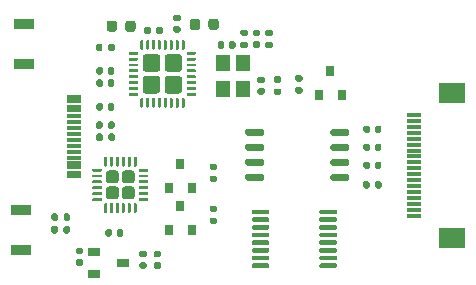
<source format=gbr>
%TF.GenerationSoftware,KiCad,Pcbnew,5.1.9-73d0e3b20d~88~ubuntu20.04.1*%
%TF.CreationDate,2021-02-21T20:05:17+08:00*%
%TF.ProjectId,weather_wifi,77656174-6865-4725-9f77-6966692e6b69,1.0*%
%TF.SameCoordinates,Original*%
%TF.FileFunction,Paste,Top*%
%TF.FilePolarity,Positive*%
%FSLAX46Y46*%
G04 Gerber Fmt 4.6, Leading zero omitted, Abs format (unit mm)*
G04 Created by KiCad (PCBNEW 5.1.9-73d0e3b20d~88~ubuntu20.04.1) date 2021-02-21 20:05:17*
%MOMM*%
%LPD*%
G01*
G04 APERTURE LIST*
%ADD10R,2.200000X1.800000*%
%ADD11R,1.300000X0.300000*%
%ADD12R,1.150000X0.300000*%
%ADD13R,0.800000X0.900000*%
%ADD14R,1.700000X0.900000*%
%ADD15R,1.000000X0.700000*%
%ADD16R,1.200000X1.400000*%
G04 APERTURE END LIST*
%TO.C,C4*%
G36*
G01*
X51870000Y-48852000D02*
X51870000Y-49192000D01*
G75*
G02*
X51730000Y-49332000I-140000J0D01*
G01*
X51450000Y-49332000D01*
G75*
G02*
X51310000Y-49192000I0J140000D01*
G01*
X51310000Y-48852000D01*
G75*
G02*
X51450000Y-48712000I140000J0D01*
G01*
X51730000Y-48712000D01*
G75*
G02*
X51870000Y-48852000I0J-140000D01*
G01*
G37*
G36*
G01*
X52830000Y-48852000D02*
X52830000Y-49192000D01*
G75*
G02*
X52690000Y-49332000I-140000J0D01*
G01*
X52410000Y-49332000D01*
G75*
G02*
X52270000Y-49192000I0J140000D01*
G01*
X52270000Y-48852000D01*
G75*
G02*
X52410000Y-48712000I140000J0D01*
G01*
X52690000Y-48712000D01*
G75*
G02*
X52830000Y-48852000I0J-140000D01*
G01*
G37*
%TD*%
D10*
%TO.C,J1*%
X81410000Y-50873000D03*
X81410000Y-63173000D03*
D11*
X78160000Y-61273000D03*
X78160000Y-60773000D03*
X78160000Y-60273000D03*
X78160000Y-59773000D03*
X78160000Y-59273000D03*
X78160000Y-58773000D03*
X78160000Y-58273000D03*
X78160000Y-57773000D03*
X78160000Y-57273000D03*
X78160000Y-56773000D03*
X78160000Y-56273000D03*
X78160000Y-55773000D03*
X78160000Y-55273000D03*
X78160000Y-54773000D03*
X78160000Y-54273000D03*
X78160000Y-53773000D03*
X78160000Y-53273000D03*
X78160000Y-52773000D03*
%TD*%
D12*
%TO.C,J2*%
X49390000Y-57660000D03*
X49390000Y-56860000D03*
X49390000Y-56360000D03*
X49390000Y-55860000D03*
X49390000Y-55360000D03*
X49390000Y-54860000D03*
X49390000Y-54360000D03*
X49390000Y-53860000D03*
X49390000Y-53360000D03*
X49390000Y-52860000D03*
X49390000Y-52060000D03*
X49390000Y-51260000D03*
X49390000Y-51560000D03*
X49390000Y-52360000D03*
X49390000Y-57160000D03*
X49390000Y-57960000D03*
%TD*%
%TO.C,L1*%
G36*
G01*
X59221920Y-45341250D02*
X59221920Y-44828750D01*
G75*
G02*
X59440670Y-44610000I218750J0D01*
G01*
X59878170Y-44610000D01*
G75*
G02*
X60096920Y-44828750I0J-218750D01*
G01*
X60096920Y-45341250D01*
G75*
G02*
X59878170Y-45560000I-218750J0D01*
G01*
X59440670Y-45560000D01*
G75*
G02*
X59221920Y-45341250I0J218750D01*
G01*
G37*
G36*
G01*
X60796920Y-45341250D02*
X60796920Y-44828750D01*
G75*
G02*
X61015670Y-44610000I218750J0D01*
G01*
X61453170Y-44610000D01*
G75*
G02*
X61671920Y-44828750I0J-218750D01*
G01*
X61671920Y-45341250D01*
G75*
G02*
X61453170Y-45560000I-218750J0D01*
G01*
X61015670Y-45560000D01*
G75*
G02*
X60796920Y-45341250I0J218750D01*
G01*
G37*
%TD*%
%TO.C,L2*%
G36*
G01*
X53056040Y-44981150D02*
X53056040Y-45493650D01*
G75*
G02*
X52837290Y-45712400I-218750J0D01*
G01*
X52399790Y-45712400D01*
G75*
G02*
X52181040Y-45493650I0J218750D01*
G01*
X52181040Y-44981150D01*
G75*
G02*
X52399790Y-44762400I218750J0D01*
G01*
X52837290Y-44762400D01*
G75*
G02*
X53056040Y-44981150I0J-218750D01*
G01*
G37*
G36*
G01*
X54631040Y-44981150D02*
X54631040Y-45493650D01*
G75*
G02*
X54412290Y-45712400I-218750J0D01*
G01*
X53974790Y-45712400D01*
G75*
G02*
X53756040Y-45493650I0J218750D01*
G01*
X53756040Y-44981150D01*
G75*
G02*
X53974790Y-44762400I218750J0D01*
G01*
X54412290Y-44762400D01*
G75*
G02*
X54631040Y-44981150I0J-218750D01*
G01*
G37*
%TD*%
D13*
%TO.C,Q1*%
X57470000Y-58912000D03*
X59370000Y-58912000D03*
X58420000Y-56912000D03*
%TD*%
%TO.C,Q2*%
X58420000Y-60468000D03*
X59370000Y-62468000D03*
X57470000Y-62468000D03*
%TD*%
%TO.C,Q3*%
X70170000Y-51038000D03*
X72070000Y-51038000D03*
X71120000Y-49038000D03*
%TD*%
D14*
%TO.C,SW1*%
X44958000Y-60784000D03*
X44958000Y-64184000D03*
%TD*%
%TO.C,SW2*%
X45212000Y-48436000D03*
X45212000Y-45036000D03*
%TD*%
D15*
%TO.C,U1*%
X51124000Y-64328000D03*
X51124000Y-66228000D03*
X53524000Y-65278000D03*
%TD*%
%TO.C,U2*%
G36*
G01*
X58583500Y-46426000D02*
X58708500Y-46426000D01*
G75*
G02*
X58771000Y-46488500I0J-62500D01*
G01*
X58771000Y-47163500D01*
G75*
G02*
X58708500Y-47226000I-62500J0D01*
G01*
X58583500Y-47226000D01*
G75*
G02*
X58521000Y-47163500I0J62500D01*
G01*
X58521000Y-46488500D01*
G75*
G02*
X58583500Y-46426000I62500J0D01*
G01*
G37*
G36*
G01*
X58083500Y-46426000D02*
X58208500Y-46426000D01*
G75*
G02*
X58271000Y-46488500I0J-62500D01*
G01*
X58271000Y-47163500D01*
G75*
G02*
X58208500Y-47226000I-62500J0D01*
G01*
X58083500Y-47226000D01*
G75*
G02*
X58021000Y-47163500I0J62500D01*
G01*
X58021000Y-46488500D01*
G75*
G02*
X58083500Y-46426000I62500J0D01*
G01*
G37*
G36*
G01*
X57583500Y-46426000D02*
X57708500Y-46426000D01*
G75*
G02*
X57771000Y-46488500I0J-62500D01*
G01*
X57771000Y-47163500D01*
G75*
G02*
X57708500Y-47226000I-62500J0D01*
G01*
X57583500Y-47226000D01*
G75*
G02*
X57521000Y-47163500I0J62500D01*
G01*
X57521000Y-46488500D01*
G75*
G02*
X57583500Y-46426000I62500J0D01*
G01*
G37*
G36*
G01*
X57083500Y-46426000D02*
X57208500Y-46426000D01*
G75*
G02*
X57271000Y-46488500I0J-62500D01*
G01*
X57271000Y-47163500D01*
G75*
G02*
X57208500Y-47226000I-62500J0D01*
G01*
X57083500Y-47226000D01*
G75*
G02*
X57021000Y-47163500I0J62500D01*
G01*
X57021000Y-46488500D01*
G75*
G02*
X57083500Y-46426000I62500J0D01*
G01*
G37*
G36*
G01*
X56583500Y-46426000D02*
X56708500Y-46426000D01*
G75*
G02*
X56771000Y-46488500I0J-62500D01*
G01*
X56771000Y-47163500D01*
G75*
G02*
X56708500Y-47226000I-62500J0D01*
G01*
X56583500Y-47226000D01*
G75*
G02*
X56521000Y-47163500I0J62500D01*
G01*
X56521000Y-46488500D01*
G75*
G02*
X56583500Y-46426000I62500J0D01*
G01*
G37*
G36*
G01*
X56083500Y-46426000D02*
X56208500Y-46426000D01*
G75*
G02*
X56271000Y-46488500I0J-62500D01*
G01*
X56271000Y-47163500D01*
G75*
G02*
X56208500Y-47226000I-62500J0D01*
G01*
X56083500Y-47226000D01*
G75*
G02*
X56021000Y-47163500I0J62500D01*
G01*
X56021000Y-46488500D01*
G75*
G02*
X56083500Y-46426000I62500J0D01*
G01*
G37*
G36*
G01*
X55583500Y-46426000D02*
X55708500Y-46426000D01*
G75*
G02*
X55771000Y-46488500I0J-62500D01*
G01*
X55771000Y-47163500D01*
G75*
G02*
X55708500Y-47226000I-62500J0D01*
G01*
X55583500Y-47226000D01*
G75*
G02*
X55521000Y-47163500I0J62500D01*
G01*
X55521000Y-46488500D01*
G75*
G02*
X55583500Y-46426000I62500J0D01*
G01*
G37*
G36*
G01*
X55083500Y-46426000D02*
X55208500Y-46426000D01*
G75*
G02*
X55271000Y-46488500I0J-62500D01*
G01*
X55271000Y-47163500D01*
G75*
G02*
X55208500Y-47226000I-62500J0D01*
G01*
X55083500Y-47226000D01*
G75*
G02*
X55021000Y-47163500I0J62500D01*
G01*
X55021000Y-46488500D01*
G75*
G02*
X55083500Y-46426000I62500J0D01*
G01*
G37*
G36*
G01*
X54108500Y-47401000D02*
X54783500Y-47401000D01*
G75*
G02*
X54846000Y-47463500I0J-62500D01*
G01*
X54846000Y-47588500D01*
G75*
G02*
X54783500Y-47651000I-62500J0D01*
G01*
X54108500Y-47651000D01*
G75*
G02*
X54046000Y-47588500I0J62500D01*
G01*
X54046000Y-47463500D01*
G75*
G02*
X54108500Y-47401000I62500J0D01*
G01*
G37*
G36*
G01*
X54108500Y-47901000D02*
X54783500Y-47901000D01*
G75*
G02*
X54846000Y-47963500I0J-62500D01*
G01*
X54846000Y-48088500D01*
G75*
G02*
X54783500Y-48151000I-62500J0D01*
G01*
X54108500Y-48151000D01*
G75*
G02*
X54046000Y-48088500I0J62500D01*
G01*
X54046000Y-47963500D01*
G75*
G02*
X54108500Y-47901000I62500J0D01*
G01*
G37*
G36*
G01*
X54108500Y-48401000D02*
X54783500Y-48401000D01*
G75*
G02*
X54846000Y-48463500I0J-62500D01*
G01*
X54846000Y-48588500D01*
G75*
G02*
X54783500Y-48651000I-62500J0D01*
G01*
X54108500Y-48651000D01*
G75*
G02*
X54046000Y-48588500I0J62500D01*
G01*
X54046000Y-48463500D01*
G75*
G02*
X54108500Y-48401000I62500J0D01*
G01*
G37*
G36*
G01*
X54108500Y-48901000D02*
X54783500Y-48901000D01*
G75*
G02*
X54846000Y-48963500I0J-62500D01*
G01*
X54846000Y-49088500D01*
G75*
G02*
X54783500Y-49151000I-62500J0D01*
G01*
X54108500Y-49151000D01*
G75*
G02*
X54046000Y-49088500I0J62500D01*
G01*
X54046000Y-48963500D01*
G75*
G02*
X54108500Y-48901000I62500J0D01*
G01*
G37*
G36*
G01*
X54108500Y-49401000D02*
X54783500Y-49401000D01*
G75*
G02*
X54846000Y-49463500I0J-62500D01*
G01*
X54846000Y-49588500D01*
G75*
G02*
X54783500Y-49651000I-62500J0D01*
G01*
X54108500Y-49651000D01*
G75*
G02*
X54046000Y-49588500I0J62500D01*
G01*
X54046000Y-49463500D01*
G75*
G02*
X54108500Y-49401000I62500J0D01*
G01*
G37*
G36*
G01*
X54108500Y-49901000D02*
X54783500Y-49901000D01*
G75*
G02*
X54846000Y-49963500I0J-62500D01*
G01*
X54846000Y-50088500D01*
G75*
G02*
X54783500Y-50151000I-62500J0D01*
G01*
X54108500Y-50151000D01*
G75*
G02*
X54046000Y-50088500I0J62500D01*
G01*
X54046000Y-49963500D01*
G75*
G02*
X54108500Y-49901000I62500J0D01*
G01*
G37*
G36*
G01*
X54108500Y-50401000D02*
X54783500Y-50401000D01*
G75*
G02*
X54846000Y-50463500I0J-62500D01*
G01*
X54846000Y-50588500D01*
G75*
G02*
X54783500Y-50651000I-62500J0D01*
G01*
X54108500Y-50651000D01*
G75*
G02*
X54046000Y-50588500I0J62500D01*
G01*
X54046000Y-50463500D01*
G75*
G02*
X54108500Y-50401000I62500J0D01*
G01*
G37*
G36*
G01*
X54108500Y-50901000D02*
X54783500Y-50901000D01*
G75*
G02*
X54846000Y-50963500I0J-62500D01*
G01*
X54846000Y-51088500D01*
G75*
G02*
X54783500Y-51151000I-62500J0D01*
G01*
X54108500Y-51151000D01*
G75*
G02*
X54046000Y-51088500I0J62500D01*
G01*
X54046000Y-50963500D01*
G75*
G02*
X54108500Y-50901000I62500J0D01*
G01*
G37*
G36*
G01*
X55083500Y-51326000D02*
X55208500Y-51326000D01*
G75*
G02*
X55271000Y-51388500I0J-62500D01*
G01*
X55271000Y-52063500D01*
G75*
G02*
X55208500Y-52126000I-62500J0D01*
G01*
X55083500Y-52126000D01*
G75*
G02*
X55021000Y-52063500I0J62500D01*
G01*
X55021000Y-51388500D01*
G75*
G02*
X55083500Y-51326000I62500J0D01*
G01*
G37*
G36*
G01*
X55583500Y-51326000D02*
X55708500Y-51326000D01*
G75*
G02*
X55771000Y-51388500I0J-62500D01*
G01*
X55771000Y-52063500D01*
G75*
G02*
X55708500Y-52126000I-62500J0D01*
G01*
X55583500Y-52126000D01*
G75*
G02*
X55521000Y-52063500I0J62500D01*
G01*
X55521000Y-51388500D01*
G75*
G02*
X55583500Y-51326000I62500J0D01*
G01*
G37*
G36*
G01*
X56083500Y-51326000D02*
X56208500Y-51326000D01*
G75*
G02*
X56271000Y-51388500I0J-62500D01*
G01*
X56271000Y-52063500D01*
G75*
G02*
X56208500Y-52126000I-62500J0D01*
G01*
X56083500Y-52126000D01*
G75*
G02*
X56021000Y-52063500I0J62500D01*
G01*
X56021000Y-51388500D01*
G75*
G02*
X56083500Y-51326000I62500J0D01*
G01*
G37*
G36*
G01*
X56583500Y-51326000D02*
X56708500Y-51326000D01*
G75*
G02*
X56771000Y-51388500I0J-62500D01*
G01*
X56771000Y-52063500D01*
G75*
G02*
X56708500Y-52126000I-62500J0D01*
G01*
X56583500Y-52126000D01*
G75*
G02*
X56521000Y-52063500I0J62500D01*
G01*
X56521000Y-51388500D01*
G75*
G02*
X56583500Y-51326000I62500J0D01*
G01*
G37*
G36*
G01*
X57083500Y-51326000D02*
X57208500Y-51326000D01*
G75*
G02*
X57271000Y-51388500I0J-62500D01*
G01*
X57271000Y-52063500D01*
G75*
G02*
X57208500Y-52126000I-62500J0D01*
G01*
X57083500Y-52126000D01*
G75*
G02*
X57021000Y-52063500I0J62500D01*
G01*
X57021000Y-51388500D01*
G75*
G02*
X57083500Y-51326000I62500J0D01*
G01*
G37*
G36*
G01*
X57583500Y-51326000D02*
X57708500Y-51326000D01*
G75*
G02*
X57771000Y-51388500I0J-62500D01*
G01*
X57771000Y-52063500D01*
G75*
G02*
X57708500Y-52126000I-62500J0D01*
G01*
X57583500Y-52126000D01*
G75*
G02*
X57521000Y-52063500I0J62500D01*
G01*
X57521000Y-51388500D01*
G75*
G02*
X57583500Y-51326000I62500J0D01*
G01*
G37*
G36*
G01*
X58083500Y-51326000D02*
X58208500Y-51326000D01*
G75*
G02*
X58271000Y-51388500I0J-62500D01*
G01*
X58271000Y-52063500D01*
G75*
G02*
X58208500Y-52126000I-62500J0D01*
G01*
X58083500Y-52126000D01*
G75*
G02*
X58021000Y-52063500I0J62500D01*
G01*
X58021000Y-51388500D01*
G75*
G02*
X58083500Y-51326000I62500J0D01*
G01*
G37*
G36*
G01*
X58583500Y-51326000D02*
X58708500Y-51326000D01*
G75*
G02*
X58771000Y-51388500I0J-62500D01*
G01*
X58771000Y-52063500D01*
G75*
G02*
X58708500Y-52126000I-62500J0D01*
G01*
X58583500Y-52126000D01*
G75*
G02*
X58521000Y-52063500I0J62500D01*
G01*
X58521000Y-51388500D01*
G75*
G02*
X58583500Y-51326000I62500J0D01*
G01*
G37*
G36*
G01*
X59008500Y-50901000D02*
X59683500Y-50901000D01*
G75*
G02*
X59746000Y-50963500I0J-62500D01*
G01*
X59746000Y-51088500D01*
G75*
G02*
X59683500Y-51151000I-62500J0D01*
G01*
X59008500Y-51151000D01*
G75*
G02*
X58946000Y-51088500I0J62500D01*
G01*
X58946000Y-50963500D01*
G75*
G02*
X59008500Y-50901000I62500J0D01*
G01*
G37*
G36*
G01*
X59008500Y-50401000D02*
X59683500Y-50401000D01*
G75*
G02*
X59746000Y-50463500I0J-62500D01*
G01*
X59746000Y-50588500D01*
G75*
G02*
X59683500Y-50651000I-62500J0D01*
G01*
X59008500Y-50651000D01*
G75*
G02*
X58946000Y-50588500I0J62500D01*
G01*
X58946000Y-50463500D01*
G75*
G02*
X59008500Y-50401000I62500J0D01*
G01*
G37*
G36*
G01*
X59008500Y-49901000D02*
X59683500Y-49901000D01*
G75*
G02*
X59746000Y-49963500I0J-62500D01*
G01*
X59746000Y-50088500D01*
G75*
G02*
X59683500Y-50151000I-62500J0D01*
G01*
X59008500Y-50151000D01*
G75*
G02*
X58946000Y-50088500I0J62500D01*
G01*
X58946000Y-49963500D01*
G75*
G02*
X59008500Y-49901000I62500J0D01*
G01*
G37*
G36*
G01*
X59008500Y-49401000D02*
X59683500Y-49401000D01*
G75*
G02*
X59746000Y-49463500I0J-62500D01*
G01*
X59746000Y-49588500D01*
G75*
G02*
X59683500Y-49651000I-62500J0D01*
G01*
X59008500Y-49651000D01*
G75*
G02*
X58946000Y-49588500I0J62500D01*
G01*
X58946000Y-49463500D01*
G75*
G02*
X59008500Y-49401000I62500J0D01*
G01*
G37*
G36*
G01*
X59008500Y-48901000D02*
X59683500Y-48901000D01*
G75*
G02*
X59746000Y-48963500I0J-62500D01*
G01*
X59746000Y-49088500D01*
G75*
G02*
X59683500Y-49151000I-62500J0D01*
G01*
X59008500Y-49151000D01*
G75*
G02*
X58946000Y-49088500I0J62500D01*
G01*
X58946000Y-48963500D01*
G75*
G02*
X59008500Y-48901000I62500J0D01*
G01*
G37*
G36*
G01*
X59008500Y-48401000D02*
X59683500Y-48401000D01*
G75*
G02*
X59746000Y-48463500I0J-62500D01*
G01*
X59746000Y-48588500D01*
G75*
G02*
X59683500Y-48651000I-62500J0D01*
G01*
X59008500Y-48651000D01*
G75*
G02*
X58946000Y-48588500I0J62500D01*
G01*
X58946000Y-48463500D01*
G75*
G02*
X59008500Y-48401000I62500J0D01*
G01*
G37*
G36*
G01*
X59008500Y-47901000D02*
X59683500Y-47901000D01*
G75*
G02*
X59746000Y-47963500I0J-62500D01*
G01*
X59746000Y-48088500D01*
G75*
G02*
X59683500Y-48151000I-62500J0D01*
G01*
X59008500Y-48151000D01*
G75*
G02*
X58946000Y-48088500I0J62500D01*
G01*
X58946000Y-47963500D01*
G75*
G02*
X59008500Y-47901000I62500J0D01*
G01*
G37*
G36*
G01*
X59008500Y-47401000D02*
X59683500Y-47401000D01*
G75*
G02*
X59746000Y-47463500I0J-62500D01*
G01*
X59746000Y-47588500D01*
G75*
G02*
X59683500Y-47651000I-62500J0D01*
G01*
X59008500Y-47651000D01*
G75*
G02*
X58946000Y-47588500I0J62500D01*
G01*
X58946000Y-47463500D01*
G75*
G02*
X59008500Y-47401000I62500J0D01*
G01*
G37*
G36*
G01*
X57325999Y-47606000D02*
X58316001Y-47606000D01*
G75*
G02*
X58566000Y-47855999I0J-249999D01*
G01*
X58566000Y-48846001D01*
G75*
G02*
X58316001Y-49096000I-249999J0D01*
G01*
X57325999Y-49096000D01*
G75*
G02*
X57076000Y-48846001I0J249999D01*
G01*
X57076000Y-47855999D01*
G75*
G02*
X57325999Y-47606000I249999J0D01*
G01*
G37*
G36*
G01*
X55475999Y-47606000D02*
X56466001Y-47606000D01*
G75*
G02*
X56716000Y-47855999I0J-249999D01*
G01*
X56716000Y-48846001D01*
G75*
G02*
X56466001Y-49096000I-249999J0D01*
G01*
X55475999Y-49096000D01*
G75*
G02*
X55226000Y-48846001I0J249999D01*
G01*
X55226000Y-47855999D01*
G75*
G02*
X55475999Y-47606000I249999J0D01*
G01*
G37*
G36*
G01*
X57325999Y-49456000D02*
X58316001Y-49456000D01*
G75*
G02*
X58566000Y-49705999I0J-249999D01*
G01*
X58566000Y-50696001D01*
G75*
G02*
X58316001Y-50946000I-249999J0D01*
G01*
X57325999Y-50946000D01*
G75*
G02*
X57076000Y-50696001I0J249999D01*
G01*
X57076000Y-49705999D01*
G75*
G02*
X57325999Y-49456000I249999J0D01*
G01*
G37*
G36*
G01*
X55475999Y-49456000D02*
X56466001Y-49456000D01*
G75*
G02*
X56716000Y-49705999I0J-249999D01*
G01*
X56716000Y-50696001D01*
G75*
G02*
X56466001Y-50946000I-249999J0D01*
G01*
X55475999Y-50946000D01*
G75*
G02*
X55226000Y-50696001I0J249999D01*
G01*
X55226000Y-49705999D01*
G75*
G02*
X55475999Y-49456000I249999J0D01*
G01*
G37*
%TD*%
%TO.C,U3*%
G36*
G01*
X63926000Y-54379000D02*
X63926000Y-54079000D01*
G75*
G02*
X64076000Y-53929000I150000J0D01*
G01*
X65376000Y-53929000D01*
G75*
G02*
X65526000Y-54079000I0J-150000D01*
G01*
X65526000Y-54379000D01*
G75*
G02*
X65376000Y-54529000I-150000J0D01*
G01*
X64076000Y-54529000D01*
G75*
G02*
X63926000Y-54379000I0J150000D01*
G01*
G37*
G36*
G01*
X63926000Y-55649000D02*
X63926000Y-55349000D01*
G75*
G02*
X64076000Y-55199000I150000J0D01*
G01*
X65376000Y-55199000D01*
G75*
G02*
X65526000Y-55349000I0J-150000D01*
G01*
X65526000Y-55649000D01*
G75*
G02*
X65376000Y-55799000I-150000J0D01*
G01*
X64076000Y-55799000D01*
G75*
G02*
X63926000Y-55649000I0J150000D01*
G01*
G37*
G36*
G01*
X63926000Y-56919000D02*
X63926000Y-56619000D01*
G75*
G02*
X64076000Y-56469000I150000J0D01*
G01*
X65376000Y-56469000D01*
G75*
G02*
X65526000Y-56619000I0J-150000D01*
G01*
X65526000Y-56919000D01*
G75*
G02*
X65376000Y-57069000I-150000J0D01*
G01*
X64076000Y-57069000D01*
G75*
G02*
X63926000Y-56919000I0J150000D01*
G01*
G37*
G36*
G01*
X63926000Y-58189000D02*
X63926000Y-57889000D01*
G75*
G02*
X64076000Y-57739000I150000J0D01*
G01*
X65376000Y-57739000D01*
G75*
G02*
X65526000Y-57889000I0J-150000D01*
G01*
X65526000Y-58189000D01*
G75*
G02*
X65376000Y-58339000I-150000J0D01*
G01*
X64076000Y-58339000D01*
G75*
G02*
X63926000Y-58189000I0J150000D01*
G01*
G37*
G36*
G01*
X71126000Y-58189000D02*
X71126000Y-57889000D01*
G75*
G02*
X71276000Y-57739000I150000J0D01*
G01*
X72576000Y-57739000D01*
G75*
G02*
X72726000Y-57889000I0J-150000D01*
G01*
X72726000Y-58189000D01*
G75*
G02*
X72576000Y-58339000I-150000J0D01*
G01*
X71276000Y-58339000D01*
G75*
G02*
X71126000Y-58189000I0J150000D01*
G01*
G37*
G36*
G01*
X71126000Y-56919000D02*
X71126000Y-56619000D01*
G75*
G02*
X71276000Y-56469000I150000J0D01*
G01*
X72576000Y-56469000D01*
G75*
G02*
X72726000Y-56619000I0J-150000D01*
G01*
X72726000Y-56919000D01*
G75*
G02*
X72576000Y-57069000I-150000J0D01*
G01*
X71276000Y-57069000D01*
G75*
G02*
X71126000Y-56919000I0J150000D01*
G01*
G37*
G36*
G01*
X71126000Y-55649000D02*
X71126000Y-55349000D01*
G75*
G02*
X71276000Y-55199000I150000J0D01*
G01*
X72576000Y-55199000D01*
G75*
G02*
X72726000Y-55349000I0J-150000D01*
G01*
X72726000Y-55649000D01*
G75*
G02*
X72576000Y-55799000I-150000J0D01*
G01*
X71276000Y-55799000D01*
G75*
G02*
X71126000Y-55649000I0J150000D01*
G01*
G37*
G36*
G01*
X71126000Y-54379000D02*
X71126000Y-54079000D01*
G75*
G02*
X71276000Y-53929000I150000J0D01*
G01*
X72576000Y-53929000D01*
G75*
G02*
X72726000Y-54079000I0J-150000D01*
G01*
X72726000Y-54379000D01*
G75*
G02*
X72576000Y-54529000I-150000J0D01*
G01*
X71276000Y-54529000D01*
G75*
G02*
X71126000Y-54379000I0J150000D01*
G01*
G37*
%TD*%
%TO.C,U4*%
G36*
G01*
X50965000Y-57486500D02*
X50965000Y-57361500D01*
G75*
G02*
X51027500Y-57299000I62500J0D01*
G01*
X51727500Y-57299000D01*
G75*
G02*
X51790000Y-57361500I0J-62500D01*
G01*
X51790000Y-57486500D01*
G75*
G02*
X51727500Y-57549000I-62500J0D01*
G01*
X51027500Y-57549000D01*
G75*
G02*
X50965000Y-57486500I0J62500D01*
G01*
G37*
G36*
G01*
X50965000Y-57986500D02*
X50965000Y-57861500D01*
G75*
G02*
X51027500Y-57799000I62500J0D01*
G01*
X51727500Y-57799000D01*
G75*
G02*
X51790000Y-57861500I0J-62500D01*
G01*
X51790000Y-57986500D01*
G75*
G02*
X51727500Y-58049000I-62500J0D01*
G01*
X51027500Y-58049000D01*
G75*
G02*
X50965000Y-57986500I0J62500D01*
G01*
G37*
G36*
G01*
X50965000Y-58486500D02*
X50965000Y-58361500D01*
G75*
G02*
X51027500Y-58299000I62500J0D01*
G01*
X51727500Y-58299000D01*
G75*
G02*
X51790000Y-58361500I0J-62500D01*
G01*
X51790000Y-58486500D01*
G75*
G02*
X51727500Y-58549000I-62500J0D01*
G01*
X51027500Y-58549000D01*
G75*
G02*
X50965000Y-58486500I0J62500D01*
G01*
G37*
G36*
G01*
X50965000Y-58986500D02*
X50965000Y-58861500D01*
G75*
G02*
X51027500Y-58799000I62500J0D01*
G01*
X51727500Y-58799000D01*
G75*
G02*
X51790000Y-58861500I0J-62500D01*
G01*
X51790000Y-58986500D01*
G75*
G02*
X51727500Y-59049000I-62500J0D01*
G01*
X51027500Y-59049000D01*
G75*
G02*
X50965000Y-58986500I0J62500D01*
G01*
G37*
G36*
G01*
X50965000Y-59486500D02*
X50965000Y-59361500D01*
G75*
G02*
X51027500Y-59299000I62500J0D01*
G01*
X51727500Y-59299000D01*
G75*
G02*
X51790000Y-59361500I0J-62500D01*
G01*
X51790000Y-59486500D01*
G75*
G02*
X51727500Y-59549000I-62500J0D01*
G01*
X51027500Y-59549000D01*
G75*
G02*
X50965000Y-59486500I0J62500D01*
G01*
G37*
G36*
G01*
X50965000Y-59986500D02*
X50965000Y-59861500D01*
G75*
G02*
X51027500Y-59799000I62500J0D01*
G01*
X51727500Y-59799000D01*
G75*
G02*
X51790000Y-59861500I0J-62500D01*
G01*
X51790000Y-59986500D01*
G75*
G02*
X51727500Y-60049000I-62500J0D01*
G01*
X51027500Y-60049000D01*
G75*
G02*
X50965000Y-59986500I0J62500D01*
G01*
G37*
G36*
G01*
X51965000Y-60986500D02*
X51965000Y-60286500D01*
G75*
G02*
X52027500Y-60224000I62500J0D01*
G01*
X52152500Y-60224000D01*
G75*
G02*
X52215000Y-60286500I0J-62500D01*
G01*
X52215000Y-60986500D01*
G75*
G02*
X52152500Y-61049000I-62500J0D01*
G01*
X52027500Y-61049000D01*
G75*
G02*
X51965000Y-60986500I0J62500D01*
G01*
G37*
G36*
G01*
X52465000Y-60986500D02*
X52465000Y-60286500D01*
G75*
G02*
X52527500Y-60224000I62500J0D01*
G01*
X52652500Y-60224000D01*
G75*
G02*
X52715000Y-60286500I0J-62500D01*
G01*
X52715000Y-60986500D01*
G75*
G02*
X52652500Y-61049000I-62500J0D01*
G01*
X52527500Y-61049000D01*
G75*
G02*
X52465000Y-60986500I0J62500D01*
G01*
G37*
G36*
G01*
X52965000Y-60986500D02*
X52965000Y-60286500D01*
G75*
G02*
X53027500Y-60224000I62500J0D01*
G01*
X53152500Y-60224000D01*
G75*
G02*
X53215000Y-60286500I0J-62500D01*
G01*
X53215000Y-60986500D01*
G75*
G02*
X53152500Y-61049000I-62500J0D01*
G01*
X53027500Y-61049000D01*
G75*
G02*
X52965000Y-60986500I0J62500D01*
G01*
G37*
G36*
G01*
X53465000Y-60986500D02*
X53465000Y-60286500D01*
G75*
G02*
X53527500Y-60224000I62500J0D01*
G01*
X53652500Y-60224000D01*
G75*
G02*
X53715000Y-60286500I0J-62500D01*
G01*
X53715000Y-60986500D01*
G75*
G02*
X53652500Y-61049000I-62500J0D01*
G01*
X53527500Y-61049000D01*
G75*
G02*
X53465000Y-60986500I0J62500D01*
G01*
G37*
G36*
G01*
X53965000Y-60986500D02*
X53965000Y-60286500D01*
G75*
G02*
X54027500Y-60224000I62500J0D01*
G01*
X54152500Y-60224000D01*
G75*
G02*
X54215000Y-60286500I0J-62500D01*
G01*
X54215000Y-60986500D01*
G75*
G02*
X54152500Y-61049000I-62500J0D01*
G01*
X54027500Y-61049000D01*
G75*
G02*
X53965000Y-60986500I0J62500D01*
G01*
G37*
G36*
G01*
X54465000Y-60986500D02*
X54465000Y-60286500D01*
G75*
G02*
X54527500Y-60224000I62500J0D01*
G01*
X54652500Y-60224000D01*
G75*
G02*
X54715000Y-60286500I0J-62500D01*
G01*
X54715000Y-60986500D01*
G75*
G02*
X54652500Y-61049000I-62500J0D01*
G01*
X54527500Y-61049000D01*
G75*
G02*
X54465000Y-60986500I0J62500D01*
G01*
G37*
G36*
G01*
X54890000Y-59986500D02*
X54890000Y-59861500D01*
G75*
G02*
X54952500Y-59799000I62500J0D01*
G01*
X55652500Y-59799000D01*
G75*
G02*
X55715000Y-59861500I0J-62500D01*
G01*
X55715000Y-59986500D01*
G75*
G02*
X55652500Y-60049000I-62500J0D01*
G01*
X54952500Y-60049000D01*
G75*
G02*
X54890000Y-59986500I0J62500D01*
G01*
G37*
G36*
G01*
X54890000Y-59486500D02*
X54890000Y-59361500D01*
G75*
G02*
X54952500Y-59299000I62500J0D01*
G01*
X55652500Y-59299000D01*
G75*
G02*
X55715000Y-59361500I0J-62500D01*
G01*
X55715000Y-59486500D01*
G75*
G02*
X55652500Y-59549000I-62500J0D01*
G01*
X54952500Y-59549000D01*
G75*
G02*
X54890000Y-59486500I0J62500D01*
G01*
G37*
G36*
G01*
X54890000Y-58986500D02*
X54890000Y-58861500D01*
G75*
G02*
X54952500Y-58799000I62500J0D01*
G01*
X55652500Y-58799000D01*
G75*
G02*
X55715000Y-58861500I0J-62500D01*
G01*
X55715000Y-58986500D01*
G75*
G02*
X55652500Y-59049000I-62500J0D01*
G01*
X54952500Y-59049000D01*
G75*
G02*
X54890000Y-58986500I0J62500D01*
G01*
G37*
G36*
G01*
X54890000Y-58486500D02*
X54890000Y-58361500D01*
G75*
G02*
X54952500Y-58299000I62500J0D01*
G01*
X55652500Y-58299000D01*
G75*
G02*
X55715000Y-58361500I0J-62500D01*
G01*
X55715000Y-58486500D01*
G75*
G02*
X55652500Y-58549000I-62500J0D01*
G01*
X54952500Y-58549000D01*
G75*
G02*
X54890000Y-58486500I0J62500D01*
G01*
G37*
G36*
G01*
X54890000Y-57986500D02*
X54890000Y-57861500D01*
G75*
G02*
X54952500Y-57799000I62500J0D01*
G01*
X55652500Y-57799000D01*
G75*
G02*
X55715000Y-57861500I0J-62500D01*
G01*
X55715000Y-57986500D01*
G75*
G02*
X55652500Y-58049000I-62500J0D01*
G01*
X54952500Y-58049000D01*
G75*
G02*
X54890000Y-57986500I0J62500D01*
G01*
G37*
G36*
G01*
X54890000Y-57486500D02*
X54890000Y-57361500D01*
G75*
G02*
X54952500Y-57299000I62500J0D01*
G01*
X55652500Y-57299000D01*
G75*
G02*
X55715000Y-57361500I0J-62500D01*
G01*
X55715000Y-57486500D01*
G75*
G02*
X55652500Y-57549000I-62500J0D01*
G01*
X54952500Y-57549000D01*
G75*
G02*
X54890000Y-57486500I0J62500D01*
G01*
G37*
G36*
G01*
X54465000Y-57061500D02*
X54465000Y-56361500D01*
G75*
G02*
X54527500Y-56299000I62500J0D01*
G01*
X54652500Y-56299000D01*
G75*
G02*
X54715000Y-56361500I0J-62500D01*
G01*
X54715000Y-57061500D01*
G75*
G02*
X54652500Y-57124000I-62500J0D01*
G01*
X54527500Y-57124000D01*
G75*
G02*
X54465000Y-57061500I0J62500D01*
G01*
G37*
G36*
G01*
X53965000Y-57061500D02*
X53965000Y-56361500D01*
G75*
G02*
X54027500Y-56299000I62500J0D01*
G01*
X54152500Y-56299000D01*
G75*
G02*
X54215000Y-56361500I0J-62500D01*
G01*
X54215000Y-57061500D01*
G75*
G02*
X54152500Y-57124000I-62500J0D01*
G01*
X54027500Y-57124000D01*
G75*
G02*
X53965000Y-57061500I0J62500D01*
G01*
G37*
G36*
G01*
X53465000Y-57061500D02*
X53465000Y-56361500D01*
G75*
G02*
X53527500Y-56299000I62500J0D01*
G01*
X53652500Y-56299000D01*
G75*
G02*
X53715000Y-56361500I0J-62500D01*
G01*
X53715000Y-57061500D01*
G75*
G02*
X53652500Y-57124000I-62500J0D01*
G01*
X53527500Y-57124000D01*
G75*
G02*
X53465000Y-57061500I0J62500D01*
G01*
G37*
G36*
G01*
X52965000Y-57061500D02*
X52965000Y-56361500D01*
G75*
G02*
X53027500Y-56299000I62500J0D01*
G01*
X53152500Y-56299000D01*
G75*
G02*
X53215000Y-56361500I0J-62500D01*
G01*
X53215000Y-57061500D01*
G75*
G02*
X53152500Y-57124000I-62500J0D01*
G01*
X53027500Y-57124000D01*
G75*
G02*
X52965000Y-57061500I0J62500D01*
G01*
G37*
G36*
G01*
X52465000Y-57061500D02*
X52465000Y-56361500D01*
G75*
G02*
X52527500Y-56299000I62500J0D01*
G01*
X52652500Y-56299000D01*
G75*
G02*
X52715000Y-56361500I0J-62500D01*
G01*
X52715000Y-57061500D01*
G75*
G02*
X52652500Y-57124000I-62500J0D01*
G01*
X52527500Y-57124000D01*
G75*
G02*
X52465000Y-57061500I0J62500D01*
G01*
G37*
G36*
G01*
X51965000Y-57061500D02*
X51965000Y-56361500D01*
G75*
G02*
X52027500Y-56299000I62500J0D01*
G01*
X52152500Y-56299000D01*
G75*
G02*
X52215000Y-56361500I0J-62500D01*
G01*
X52215000Y-57061500D01*
G75*
G02*
X52152500Y-57124000I-62500J0D01*
G01*
X52027500Y-57124000D01*
G75*
G02*
X51965000Y-57061500I0J62500D01*
G01*
G37*
G36*
G01*
X52120000Y-58294001D02*
X52120000Y-57703999D01*
G75*
G02*
X52369999Y-57454000I249999J0D01*
G01*
X52960001Y-57454000D01*
G75*
G02*
X53210000Y-57703999I0J-249999D01*
G01*
X53210000Y-58294001D01*
G75*
G02*
X52960001Y-58544000I-249999J0D01*
G01*
X52369999Y-58544000D01*
G75*
G02*
X52120000Y-58294001I0J249999D01*
G01*
G37*
G36*
G01*
X52120000Y-59644001D02*
X52120000Y-59053999D01*
G75*
G02*
X52369999Y-58804000I249999J0D01*
G01*
X52960001Y-58804000D01*
G75*
G02*
X53210000Y-59053999I0J-249999D01*
G01*
X53210000Y-59644001D01*
G75*
G02*
X52960001Y-59894000I-249999J0D01*
G01*
X52369999Y-59894000D01*
G75*
G02*
X52120000Y-59644001I0J249999D01*
G01*
G37*
G36*
G01*
X53470000Y-58294001D02*
X53470000Y-57703999D01*
G75*
G02*
X53719999Y-57454000I249999J0D01*
G01*
X54310001Y-57454000D01*
G75*
G02*
X54560000Y-57703999I0J-249999D01*
G01*
X54560000Y-58294001D01*
G75*
G02*
X54310001Y-58544000I-249999J0D01*
G01*
X53719999Y-58544000D01*
G75*
G02*
X53470000Y-58294001I0J249999D01*
G01*
G37*
G36*
G01*
X53470000Y-59644001D02*
X53470000Y-59053999D01*
G75*
G02*
X53719999Y-58804000I249999J0D01*
G01*
X54310001Y-58804000D01*
G75*
G02*
X54560000Y-59053999I0J-249999D01*
G01*
X54560000Y-59644001D01*
G75*
G02*
X54310001Y-59894000I-249999J0D01*
G01*
X53719999Y-59894000D01*
G75*
G02*
X53470000Y-59644001I0J249999D01*
G01*
G37*
%TD*%
%TO.C,U5*%
G36*
G01*
X71672000Y-65421000D02*
X71672000Y-65621000D01*
G75*
G02*
X71572000Y-65721000I-100000J0D01*
G01*
X70297000Y-65721000D01*
G75*
G02*
X70197000Y-65621000I0J100000D01*
G01*
X70197000Y-65421000D01*
G75*
G02*
X70297000Y-65321000I100000J0D01*
G01*
X71572000Y-65321000D01*
G75*
G02*
X71672000Y-65421000I0J-100000D01*
G01*
G37*
G36*
G01*
X71672000Y-64771000D02*
X71672000Y-64971000D01*
G75*
G02*
X71572000Y-65071000I-100000J0D01*
G01*
X70297000Y-65071000D01*
G75*
G02*
X70197000Y-64971000I0J100000D01*
G01*
X70197000Y-64771000D01*
G75*
G02*
X70297000Y-64671000I100000J0D01*
G01*
X71572000Y-64671000D01*
G75*
G02*
X71672000Y-64771000I0J-100000D01*
G01*
G37*
G36*
G01*
X71672000Y-64121000D02*
X71672000Y-64321000D01*
G75*
G02*
X71572000Y-64421000I-100000J0D01*
G01*
X70297000Y-64421000D01*
G75*
G02*
X70197000Y-64321000I0J100000D01*
G01*
X70197000Y-64121000D01*
G75*
G02*
X70297000Y-64021000I100000J0D01*
G01*
X71572000Y-64021000D01*
G75*
G02*
X71672000Y-64121000I0J-100000D01*
G01*
G37*
G36*
G01*
X71672000Y-63471000D02*
X71672000Y-63671000D01*
G75*
G02*
X71572000Y-63771000I-100000J0D01*
G01*
X70297000Y-63771000D01*
G75*
G02*
X70197000Y-63671000I0J100000D01*
G01*
X70197000Y-63471000D01*
G75*
G02*
X70297000Y-63371000I100000J0D01*
G01*
X71572000Y-63371000D01*
G75*
G02*
X71672000Y-63471000I0J-100000D01*
G01*
G37*
G36*
G01*
X71672000Y-62821000D02*
X71672000Y-63021000D01*
G75*
G02*
X71572000Y-63121000I-100000J0D01*
G01*
X70297000Y-63121000D01*
G75*
G02*
X70197000Y-63021000I0J100000D01*
G01*
X70197000Y-62821000D01*
G75*
G02*
X70297000Y-62721000I100000J0D01*
G01*
X71572000Y-62721000D01*
G75*
G02*
X71672000Y-62821000I0J-100000D01*
G01*
G37*
G36*
G01*
X71672000Y-62171000D02*
X71672000Y-62371000D01*
G75*
G02*
X71572000Y-62471000I-100000J0D01*
G01*
X70297000Y-62471000D01*
G75*
G02*
X70197000Y-62371000I0J100000D01*
G01*
X70197000Y-62171000D01*
G75*
G02*
X70297000Y-62071000I100000J0D01*
G01*
X71572000Y-62071000D01*
G75*
G02*
X71672000Y-62171000I0J-100000D01*
G01*
G37*
G36*
G01*
X71672000Y-61521000D02*
X71672000Y-61721000D01*
G75*
G02*
X71572000Y-61821000I-100000J0D01*
G01*
X70297000Y-61821000D01*
G75*
G02*
X70197000Y-61721000I0J100000D01*
G01*
X70197000Y-61521000D01*
G75*
G02*
X70297000Y-61421000I100000J0D01*
G01*
X71572000Y-61421000D01*
G75*
G02*
X71672000Y-61521000I0J-100000D01*
G01*
G37*
G36*
G01*
X71672000Y-60871000D02*
X71672000Y-61071000D01*
G75*
G02*
X71572000Y-61171000I-100000J0D01*
G01*
X70297000Y-61171000D01*
G75*
G02*
X70197000Y-61071000I0J100000D01*
G01*
X70197000Y-60871000D01*
G75*
G02*
X70297000Y-60771000I100000J0D01*
G01*
X71572000Y-60771000D01*
G75*
G02*
X71672000Y-60871000I0J-100000D01*
G01*
G37*
G36*
G01*
X65947000Y-60871000D02*
X65947000Y-61071000D01*
G75*
G02*
X65847000Y-61171000I-100000J0D01*
G01*
X64572000Y-61171000D01*
G75*
G02*
X64472000Y-61071000I0J100000D01*
G01*
X64472000Y-60871000D01*
G75*
G02*
X64572000Y-60771000I100000J0D01*
G01*
X65847000Y-60771000D01*
G75*
G02*
X65947000Y-60871000I0J-100000D01*
G01*
G37*
G36*
G01*
X65947000Y-61521000D02*
X65947000Y-61721000D01*
G75*
G02*
X65847000Y-61821000I-100000J0D01*
G01*
X64572000Y-61821000D01*
G75*
G02*
X64472000Y-61721000I0J100000D01*
G01*
X64472000Y-61521000D01*
G75*
G02*
X64572000Y-61421000I100000J0D01*
G01*
X65847000Y-61421000D01*
G75*
G02*
X65947000Y-61521000I0J-100000D01*
G01*
G37*
G36*
G01*
X65947000Y-62171000D02*
X65947000Y-62371000D01*
G75*
G02*
X65847000Y-62471000I-100000J0D01*
G01*
X64572000Y-62471000D01*
G75*
G02*
X64472000Y-62371000I0J100000D01*
G01*
X64472000Y-62171000D01*
G75*
G02*
X64572000Y-62071000I100000J0D01*
G01*
X65847000Y-62071000D01*
G75*
G02*
X65947000Y-62171000I0J-100000D01*
G01*
G37*
G36*
G01*
X65947000Y-62821000D02*
X65947000Y-63021000D01*
G75*
G02*
X65847000Y-63121000I-100000J0D01*
G01*
X64572000Y-63121000D01*
G75*
G02*
X64472000Y-63021000I0J100000D01*
G01*
X64472000Y-62821000D01*
G75*
G02*
X64572000Y-62721000I100000J0D01*
G01*
X65847000Y-62721000D01*
G75*
G02*
X65947000Y-62821000I0J-100000D01*
G01*
G37*
G36*
G01*
X65947000Y-63471000D02*
X65947000Y-63671000D01*
G75*
G02*
X65847000Y-63771000I-100000J0D01*
G01*
X64572000Y-63771000D01*
G75*
G02*
X64472000Y-63671000I0J100000D01*
G01*
X64472000Y-63471000D01*
G75*
G02*
X64572000Y-63371000I100000J0D01*
G01*
X65847000Y-63371000D01*
G75*
G02*
X65947000Y-63471000I0J-100000D01*
G01*
G37*
G36*
G01*
X65947000Y-64121000D02*
X65947000Y-64321000D01*
G75*
G02*
X65847000Y-64421000I-100000J0D01*
G01*
X64572000Y-64421000D01*
G75*
G02*
X64472000Y-64321000I0J100000D01*
G01*
X64472000Y-64121000D01*
G75*
G02*
X64572000Y-64021000I100000J0D01*
G01*
X65847000Y-64021000D01*
G75*
G02*
X65947000Y-64121000I0J-100000D01*
G01*
G37*
G36*
G01*
X65947000Y-64771000D02*
X65947000Y-64971000D01*
G75*
G02*
X65847000Y-65071000I-100000J0D01*
G01*
X64572000Y-65071000D01*
G75*
G02*
X64472000Y-64971000I0J100000D01*
G01*
X64472000Y-64771000D01*
G75*
G02*
X64572000Y-64671000I100000J0D01*
G01*
X65847000Y-64671000D01*
G75*
G02*
X65947000Y-64771000I0J-100000D01*
G01*
G37*
G36*
G01*
X65947000Y-65421000D02*
X65947000Y-65621000D01*
G75*
G02*
X65847000Y-65721000I-100000J0D01*
G01*
X64572000Y-65721000D01*
G75*
G02*
X64472000Y-65621000I0J100000D01*
G01*
X64472000Y-65421000D01*
G75*
G02*
X64572000Y-65321000I100000J0D01*
G01*
X65847000Y-65321000D01*
G75*
G02*
X65947000Y-65421000I0J-100000D01*
G01*
G37*
%TD*%
D16*
%TO.C,Y1*%
X62015000Y-48374120D03*
X62015000Y-50574120D03*
X63715000Y-50574120D03*
X63715000Y-48374120D03*
%TD*%
%TO.C,C1*%
G36*
G01*
X55415000Y-64824000D02*
X55075000Y-64824000D01*
G75*
G02*
X54935000Y-64684000I0J140000D01*
G01*
X54935000Y-64404000D01*
G75*
G02*
X55075000Y-64264000I140000J0D01*
G01*
X55415000Y-64264000D01*
G75*
G02*
X55555000Y-64404000I0J-140000D01*
G01*
X55555000Y-64684000D01*
G75*
G02*
X55415000Y-64824000I-140000J0D01*
G01*
G37*
G36*
G01*
X55415000Y-65784000D02*
X55075000Y-65784000D01*
G75*
G02*
X54935000Y-65644000I0J140000D01*
G01*
X54935000Y-65364000D01*
G75*
G02*
X55075000Y-65224000I140000J0D01*
G01*
X55415000Y-65224000D01*
G75*
G02*
X55555000Y-65364000I0J-140000D01*
G01*
X55555000Y-65644000D01*
G75*
G02*
X55415000Y-65784000I-140000J0D01*
G01*
G37*
%TD*%
%TO.C,C2*%
G36*
G01*
X65427680Y-50066600D02*
X65087680Y-50066600D01*
G75*
G02*
X64947680Y-49926600I0J140000D01*
G01*
X64947680Y-49646600D01*
G75*
G02*
X65087680Y-49506600I140000J0D01*
G01*
X65427680Y-49506600D01*
G75*
G02*
X65567680Y-49646600I0J-140000D01*
G01*
X65567680Y-49926600D01*
G75*
G02*
X65427680Y-50066600I-140000J0D01*
G01*
G37*
G36*
G01*
X65427680Y-51026600D02*
X65087680Y-51026600D01*
G75*
G02*
X64947680Y-50886600I0J140000D01*
G01*
X64947680Y-50606600D01*
G75*
G02*
X65087680Y-50466600I140000J0D01*
G01*
X65427680Y-50466600D01*
G75*
G02*
X65567680Y-50606600I0J-140000D01*
G01*
X65567680Y-50886600D01*
G75*
G02*
X65427680Y-51026600I-140000J0D01*
G01*
G37*
%TD*%
%TO.C,C3*%
G36*
G01*
X62531600Y-47002520D02*
X62531600Y-46662520D01*
G75*
G02*
X62671600Y-46522520I140000J0D01*
G01*
X62951600Y-46522520D01*
G75*
G02*
X63091600Y-46662520I0J-140000D01*
G01*
X63091600Y-47002520D01*
G75*
G02*
X62951600Y-47142520I-140000J0D01*
G01*
X62671600Y-47142520D01*
G75*
G02*
X62531600Y-47002520I0J140000D01*
G01*
G37*
G36*
G01*
X61571600Y-47002520D02*
X61571600Y-46662520D01*
G75*
G02*
X61711600Y-46522520I140000J0D01*
G01*
X61991600Y-46522520D01*
G75*
G02*
X62131600Y-46662520I0J-140000D01*
G01*
X62131600Y-47002520D01*
G75*
G02*
X61991600Y-47142520I-140000J0D01*
G01*
X61711600Y-47142520D01*
G75*
G02*
X61571600Y-47002520I0J140000D01*
G01*
G37*
%TD*%
%TO.C,C5*%
G36*
G01*
X50055600Y-65519840D02*
X49715600Y-65519840D01*
G75*
G02*
X49575600Y-65379840I0J140000D01*
G01*
X49575600Y-65099840D01*
G75*
G02*
X49715600Y-64959840I140000J0D01*
G01*
X50055600Y-64959840D01*
G75*
G02*
X50195600Y-65099840I0J-140000D01*
G01*
X50195600Y-65379840D01*
G75*
G02*
X50055600Y-65519840I-140000J0D01*
G01*
G37*
G36*
G01*
X50055600Y-64559840D02*
X49715600Y-64559840D01*
G75*
G02*
X49575600Y-64419840I0J140000D01*
G01*
X49575600Y-64139840D01*
G75*
G02*
X49715600Y-63999840I140000J0D01*
G01*
X50055600Y-63999840D01*
G75*
G02*
X50195600Y-64139840I0J-140000D01*
G01*
X50195600Y-64419840D01*
G75*
G02*
X50055600Y-64559840I-140000J0D01*
G01*
G37*
%TD*%
%TO.C,C6*%
G36*
G01*
X51864920Y-49893400D02*
X51864920Y-50233400D01*
G75*
G02*
X51724920Y-50373400I-140000J0D01*
G01*
X51444920Y-50373400D01*
G75*
G02*
X51304920Y-50233400I0J140000D01*
G01*
X51304920Y-49893400D01*
G75*
G02*
X51444920Y-49753400I140000J0D01*
G01*
X51724920Y-49753400D01*
G75*
G02*
X51864920Y-49893400I0J-140000D01*
G01*
G37*
G36*
G01*
X52824920Y-49893400D02*
X52824920Y-50233400D01*
G75*
G02*
X52684920Y-50373400I-140000J0D01*
G01*
X52404920Y-50373400D01*
G75*
G02*
X52264920Y-50233400I0J140000D01*
G01*
X52264920Y-49893400D01*
G75*
G02*
X52404920Y-49753400I140000J0D01*
G01*
X52684920Y-49753400D01*
G75*
G02*
X52824920Y-49893400I0J-140000D01*
G01*
G37*
%TD*%
%TO.C,C7*%
G36*
G01*
X51870000Y-51900000D02*
X51870000Y-52240000D01*
G75*
G02*
X51730000Y-52380000I-140000J0D01*
G01*
X51450000Y-52380000D01*
G75*
G02*
X51310000Y-52240000I0J140000D01*
G01*
X51310000Y-51900000D01*
G75*
G02*
X51450000Y-51760000I140000J0D01*
G01*
X51730000Y-51760000D01*
G75*
G02*
X51870000Y-51900000I0J-140000D01*
G01*
G37*
G36*
G01*
X52830000Y-51900000D02*
X52830000Y-52240000D01*
G75*
G02*
X52690000Y-52380000I-140000J0D01*
G01*
X52410000Y-52380000D01*
G75*
G02*
X52270000Y-52240000I0J140000D01*
G01*
X52270000Y-51900000D01*
G75*
G02*
X52410000Y-51760000I140000J0D01*
G01*
X52690000Y-51760000D01*
G75*
G02*
X52830000Y-51900000I0J-140000D01*
G01*
G37*
%TD*%
%TO.C,C8*%
G36*
G01*
X56634200Y-64824000D02*
X56294200Y-64824000D01*
G75*
G02*
X56154200Y-64684000I0J140000D01*
G01*
X56154200Y-64404000D01*
G75*
G02*
X56294200Y-64264000I140000J0D01*
G01*
X56634200Y-64264000D01*
G75*
G02*
X56774200Y-64404000I0J-140000D01*
G01*
X56774200Y-64684000D01*
G75*
G02*
X56634200Y-64824000I-140000J0D01*
G01*
G37*
G36*
G01*
X56634200Y-65784000D02*
X56294200Y-65784000D01*
G75*
G02*
X56154200Y-65644000I0J140000D01*
G01*
X56154200Y-65364000D01*
G75*
G02*
X56294200Y-65224000I140000J0D01*
G01*
X56634200Y-65224000D01*
G75*
G02*
X56774200Y-65364000I0J-140000D01*
G01*
X56774200Y-65644000D01*
G75*
G02*
X56634200Y-65784000I-140000J0D01*
G01*
G37*
%TD*%
%TO.C,C9*%
G36*
G01*
X52632000Y-62568000D02*
X52632000Y-62908000D01*
G75*
G02*
X52492000Y-63048000I-140000J0D01*
G01*
X52212000Y-63048000D01*
G75*
G02*
X52072000Y-62908000I0J140000D01*
G01*
X52072000Y-62568000D01*
G75*
G02*
X52212000Y-62428000I140000J0D01*
G01*
X52492000Y-62428000D01*
G75*
G02*
X52632000Y-62568000I0J-140000D01*
G01*
G37*
G36*
G01*
X53592000Y-62568000D02*
X53592000Y-62908000D01*
G75*
G02*
X53452000Y-63048000I-140000J0D01*
G01*
X53172000Y-63048000D01*
G75*
G02*
X53032000Y-62908000I0J140000D01*
G01*
X53032000Y-62568000D01*
G75*
G02*
X53172000Y-62428000I140000J0D01*
G01*
X53452000Y-62428000D01*
G75*
G02*
X53592000Y-62568000I0J-140000D01*
G01*
G37*
%TD*%
%TO.C,C10*%
G36*
G01*
X73916000Y-54145000D02*
X73916000Y-53805000D01*
G75*
G02*
X74056000Y-53665000I140000J0D01*
G01*
X74336000Y-53665000D01*
G75*
G02*
X74476000Y-53805000I0J-140000D01*
G01*
X74476000Y-54145000D01*
G75*
G02*
X74336000Y-54285000I-140000J0D01*
G01*
X74056000Y-54285000D01*
G75*
G02*
X73916000Y-54145000I0J140000D01*
G01*
G37*
G36*
G01*
X74876000Y-54145000D02*
X74876000Y-53805000D01*
G75*
G02*
X75016000Y-53665000I140000J0D01*
G01*
X75296000Y-53665000D01*
G75*
G02*
X75436000Y-53805000I0J-140000D01*
G01*
X75436000Y-54145000D01*
G75*
G02*
X75296000Y-54285000I-140000J0D01*
G01*
X75016000Y-54285000D01*
G75*
G02*
X74876000Y-54145000I0J140000D01*
G01*
G37*
%TD*%
%TO.C,C11*%
G36*
G01*
X74876000Y-55669000D02*
X74876000Y-55329000D01*
G75*
G02*
X75016000Y-55189000I140000J0D01*
G01*
X75296000Y-55189000D01*
G75*
G02*
X75436000Y-55329000I0J-140000D01*
G01*
X75436000Y-55669000D01*
G75*
G02*
X75296000Y-55809000I-140000J0D01*
G01*
X75016000Y-55809000D01*
G75*
G02*
X74876000Y-55669000I0J140000D01*
G01*
G37*
G36*
G01*
X73916000Y-55669000D02*
X73916000Y-55329000D01*
G75*
G02*
X74056000Y-55189000I140000J0D01*
G01*
X74336000Y-55189000D01*
G75*
G02*
X74476000Y-55329000I0J-140000D01*
G01*
X74476000Y-55669000D01*
G75*
G02*
X74336000Y-55809000I-140000J0D01*
G01*
X74056000Y-55809000D01*
G75*
G02*
X73916000Y-55669000I0J140000D01*
G01*
G37*
%TD*%
%TO.C,C12*%
G36*
G01*
X73916000Y-57193000D02*
X73916000Y-56853000D01*
G75*
G02*
X74056000Y-56713000I140000J0D01*
G01*
X74336000Y-56713000D01*
G75*
G02*
X74476000Y-56853000I0J-140000D01*
G01*
X74476000Y-57193000D01*
G75*
G02*
X74336000Y-57333000I-140000J0D01*
G01*
X74056000Y-57333000D01*
G75*
G02*
X73916000Y-57193000I0J140000D01*
G01*
G37*
G36*
G01*
X74876000Y-57193000D02*
X74876000Y-56853000D01*
G75*
G02*
X75016000Y-56713000I140000J0D01*
G01*
X75296000Y-56713000D01*
G75*
G02*
X75436000Y-56853000I0J-140000D01*
G01*
X75436000Y-57193000D01*
G75*
G02*
X75296000Y-57333000I-140000J0D01*
G01*
X75016000Y-57333000D01*
G75*
G02*
X74876000Y-57193000I0J140000D01*
G01*
G37*
%TD*%
%TO.C,C13*%
G36*
G01*
X64701600Y-45536640D02*
X65041600Y-45536640D01*
G75*
G02*
X65181600Y-45676640I0J-140000D01*
G01*
X65181600Y-45956640D01*
G75*
G02*
X65041600Y-46096640I-140000J0D01*
G01*
X64701600Y-46096640D01*
G75*
G02*
X64561600Y-45956640I0J140000D01*
G01*
X64561600Y-45676640D01*
G75*
G02*
X64701600Y-45536640I140000J0D01*
G01*
G37*
G36*
G01*
X64701600Y-46496640D02*
X65041600Y-46496640D01*
G75*
G02*
X65181600Y-46636640I0J-140000D01*
G01*
X65181600Y-46916640D01*
G75*
G02*
X65041600Y-47056640I-140000J0D01*
G01*
X64701600Y-47056640D01*
G75*
G02*
X64561600Y-46916640I0J140000D01*
G01*
X64561600Y-46636640D01*
G75*
G02*
X64701600Y-46496640I140000J0D01*
G01*
G37*
%TD*%
%TO.C,C14*%
G36*
G01*
X57955360Y-44269120D02*
X58295360Y-44269120D01*
G75*
G02*
X58435360Y-44409120I0J-140000D01*
G01*
X58435360Y-44689120D01*
G75*
G02*
X58295360Y-44829120I-140000J0D01*
G01*
X57955360Y-44829120D01*
G75*
G02*
X57815360Y-44689120I0J140000D01*
G01*
X57815360Y-44409120D01*
G75*
G02*
X57955360Y-44269120I140000J0D01*
G01*
G37*
G36*
G01*
X57955360Y-45229120D02*
X58295360Y-45229120D01*
G75*
G02*
X58435360Y-45369120I0J-140000D01*
G01*
X58435360Y-45649120D01*
G75*
G02*
X58295360Y-45789120I-140000J0D01*
G01*
X57955360Y-45789120D01*
G75*
G02*
X57815360Y-45649120I0J140000D01*
G01*
X57815360Y-45369120D01*
G75*
G02*
X57955360Y-45229120I140000J0D01*
G01*
G37*
%TD*%
%TO.C,R1*%
G36*
G01*
X63635040Y-46549280D02*
X64005040Y-46549280D01*
G75*
G02*
X64140040Y-46684280I0J-135000D01*
G01*
X64140040Y-46954280D01*
G75*
G02*
X64005040Y-47089280I-135000J0D01*
G01*
X63635040Y-47089280D01*
G75*
G02*
X63500040Y-46954280I0J135000D01*
G01*
X63500040Y-46684280D01*
G75*
G02*
X63635040Y-46549280I135000J0D01*
G01*
G37*
G36*
G01*
X63635040Y-45529280D02*
X64005040Y-45529280D01*
G75*
G02*
X64140040Y-45664280I0J-135000D01*
G01*
X64140040Y-45934280D01*
G75*
G02*
X64005040Y-46069280I-135000J0D01*
G01*
X63635040Y-46069280D01*
G75*
G02*
X63500040Y-45934280I0J135000D01*
G01*
X63500040Y-45664280D01*
G75*
G02*
X63635040Y-45529280I135000J0D01*
G01*
G37*
%TD*%
%TO.C,R2*%
G36*
G01*
X61029000Y-56878000D02*
X61399000Y-56878000D01*
G75*
G02*
X61534000Y-57013000I0J-135000D01*
G01*
X61534000Y-57283000D01*
G75*
G02*
X61399000Y-57418000I-135000J0D01*
G01*
X61029000Y-57418000D01*
G75*
G02*
X60894000Y-57283000I0J135000D01*
G01*
X60894000Y-57013000D01*
G75*
G02*
X61029000Y-56878000I135000J0D01*
G01*
G37*
G36*
G01*
X61029000Y-57898000D02*
X61399000Y-57898000D01*
G75*
G02*
X61534000Y-58033000I0J-135000D01*
G01*
X61534000Y-58303000D01*
G75*
G02*
X61399000Y-58438000I-135000J0D01*
G01*
X61029000Y-58438000D01*
G75*
G02*
X60894000Y-58303000I0J135000D01*
G01*
X60894000Y-58033000D01*
G75*
G02*
X61029000Y-57898000I135000J0D01*
G01*
G37*
%TD*%
%TO.C,R3*%
G36*
G01*
X61029000Y-61454000D02*
X61399000Y-61454000D01*
G75*
G02*
X61534000Y-61589000I0J-135000D01*
G01*
X61534000Y-61859000D01*
G75*
G02*
X61399000Y-61994000I-135000J0D01*
G01*
X61029000Y-61994000D01*
G75*
G02*
X60894000Y-61859000I0J135000D01*
G01*
X60894000Y-61589000D01*
G75*
G02*
X61029000Y-61454000I135000J0D01*
G01*
G37*
G36*
G01*
X61029000Y-60434000D02*
X61399000Y-60434000D01*
G75*
G02*
X61534000Y-60569000I0J-135000D01*
G01*
X61534000Y-60839000D01*
G75*
G02*
X61399000Y-60974000I-135000J0D01*
G01*
X61029000Y-60974000D01*
G75*
G02*
X60894000Y-60839000I0J135000D01*
G01*
X60894000Y-60569000D01*
G75*
G02*
X61029000Y-60434000I135000J0D01*
G01*
G37*
%TD*%
%TO.C,R4*%
G36*
G01*
X68268000Y-50405000D02*
X68638000Y-50405000D01*
G75*
G02*
X68773000Y-50540000I0J-135000D01*
G01*
X68773000Y-50810000D01*
G75*
G02*
X68638000Y-50945000I-135000J0D01*
G01*
X68268000Y-50945000D01*
G75*
G02*
X68133000Y-50810000I0J135000D01*
G01*
X68133000Y-50540000D01*
G75*
G02*
X68268000Y-50405000I135000J0D01*
G01*
G37*
G36*
G01*
X68268000Y-49385000D02*
X68638000Y-49385000D01*
G75*
G02*
X68773000Y-49520000I0J-135000D01*
G01*
X68773000Y-49790000D01*
G75*
G02*
X68638000Y-49925000I-135000J0D01*
G01*
X68268000Y-49925000D01*
G75*
G02*
X68133000Y-49790000I0J135000D01*
G01*
X68133000Y-49520000D01*
G75*
G02*
X68268000Y-49385000I135000J0D01*
G01*
G37*
%TD*%
%TO.C,R5*%
G36*
G01*
X52860160Y-54450400D02*
X52860160Y-54820400D01*
G75*
G02*
X52725160Y-54955400I-135000J0D01*
G01*
X52455160Y-54955400D01*
G75*
G02*
X52320160Y-54820400I0J135000D01*
G01*
X52320160Y-54450400D01*
G75*
G02*
X52455160Y-54315400I135000J0D01*
G01*
X52725160Y-54315400D01*
G75*
G02*
X52860160Y-54450400I0J-135000D01*
G01*
G37*
G36*
G01*
X51840160Y-54450400D02*
X51840160Y-54820400D01*
G75*
G02*
X51705160Y-54955400I-135000J0D01*
G01*
X51435160Y-54955400D01*
G75*
G02*
X51300160Y-54820400I0J135000D01*
G01*
X51300160Y-54450400D01*
G75*
G02*
X51435160Y-54315400I135000J0D01*
G01*
X51705160Y-54315400D01*
G75*
G02*
X51840160Y-54450400I0J-135000D01*
G01*
G37*
%TD*%
%TO.C,R6*%
G36*
G01*
X52850000Y-53434400D02*
X52850000Y-53804400D01*
G75*
G02*
X52715000Y-53939400I-135000J0D01*
G01*
X52445000Y-53939400D01*
G75*
G02*
X52310000Y-53804400I0J135000D01*
G01*
X52310000Y-53434400D01*
G75*
G02*
X52445000Y-53299400I135000J0D01*
G01*
X52715000Y-53299400D01*
G75*
G02*
X52850000Y-53434400I0J-135000D01*
G01*
G37*
G36*
G01*
X51830000Y-53434400D02*
X51830000Y-53804400D01*
G75*
G02*
X51695000Y-53939400I-135000J0D01*
G01*
X51425000Y-53939400D01*
G75*
G02*
X51290000Y-53804400I0J135000D01*
G01*
X51290000Y-53434400D01*
G75*
G02*
X51425000Y-53299400I135000J0D01*
G01*
X51695000Y-53299400D01*
G75*
G02*
X51830000Y-53434400I0J-135000D01*
G01*
G37*
%TD*%
%TO.C,R7*%
G36*
G01*
X48045400Y-61232200D02*
X48045400Y-61602200D01*
G75*
G02*
X47910400Y-61737200I-135000J0D01*
G01*
X47640400Y-61737200D01*
G75*
G02*
X47505400Y-61602200I0J135000D01*
G01*
X47505400Y-61232200D01*
G75*
G02*
X47640400Y-61097200I135000J0D01*
G01*
X47910400Y-61097200D01*
G75*
G02*
X48045400Y-61232200I0J-135000D01*
G01*
G37*
G36*
G01*
X49065400Y-61232200D02*
X49065400Y-61602200D01*
G75*
G02*
X48930400Y-61737200I-135000J0D01*
G01*
X48660400Y-61737200D01*
G75*
G02*
X48525400Y-61602200I0J135000D01*
G01*
X48525400Y-61232200D01*
G75*
G02*
X48660400Y-61097200I135000J0D01*
G01*
X48930400Y-61097200D01*
G75*
G02*
X49065400Y-61232200I0J-135000D01*
G01*
G37*
%TD*%
%TO.C,R8*%
G36*
G01*
X51282920Y-47235960D02*
X51282920Y-46865960D01*
G75*
G02*
X51417920Y-46730960I135000J0D01*
G01*
X51687920Y-46730960D01*
G75*
G02*
X51822920Y-46865960I0J-135000D01*
G01*
X51822920Y-47235960D01*
G75*
G02*
X51687920Y-47370960I-135000J0D01*
G01*
X51417920Y-47370960D01*
G75*
G02*
X51282920Y-47235960I0J135000D01*
G01*
G37*
G36*
G01*
X52302920Y-47235960D02*
X52302920Y-46865960D01*
G75*
G02*
X52437920Y-46730960I135000J0D01*
G01*
X52707920Y-46730960D01*
G75*
G02*
X52842920Y-46865960I0J-135000D01*
G01*
X52842920Y-47235960D01*
G75*
G02*
X52707920Y-47370960I-135000J0D01*
G01*
X52437920Y-47370960D01*
G75*
G02*
X52302920Y-47235960I0J135000D01*
G01*
G37*
%TD*%
%TO.C,R10*%
G36*
G01*
X55374320Y-45772920D02*
X55374320Y-45402920D01*
G75*
G02*
X55509320Y-45267920I135000J0D01*
G01*
X55779320Y-45267920D01*
G75*
G02*
X55914320Y-45402920I0J-135000D01*
G01*
X55914320Y-45772920D01*
G75*
G02*
X55779320Y-45907920I-135000J0D01*
G01*
X55509320Y-45907920D01*
G75*
G02*
X55374320Y-45772920I0J135000D01*
G01*
G37*
G36*
G01*
X56394320Y-45772920D02*
X56394320Y-45402920D01*
G75*
G02*
X56529320Y-45267920I135000J0D01*
G01*
X56799320Y-45267920D01*
G75*
G02*
X56934320Y-45402920I0J-135000D01*
G01*
X56934320Y-45772920D01*
G75*
G02*
X56799320Y-45907920I-135000J0D01*
G01*
X56529320Y-45907920D01*
G75*
G02*
X56394320Y-45772920I0J135000D01*
G01*
G37*
%TD*%
%TO.C,R11*%
G36*
G01*
X65748320Y-45529280D02*
X66118320Y-45529280D01*
G75*
G02*
X66253320Y-45664280I0J-135000D01*
G01*
X66253320Y-45934280D01*
G75*
G02*
X66118320Y-46069280I-135000J0D01*
G01*
X65748320Y-46069280D01*
G75*
G02*
X65613320Y-45934280I0J135000D01*
G01*
X65613320Y-45664280D01*
G75*
G02*
X65748320Y-45529280I135000J0D01*
G01*
G37*
G36*
G01*
X65748320Y-46549280D02*
X66118320Y-46549280D01*
G75*
G02*
X66253320Y-46684280I0J-135000D01*
G01*
X66253320Y-46954280D01*
G75*
G02*
X66118320Y-47089280I-135000J0D01*
G01*
X65748320Y-47089280D01*
G75*
G02*
X65613320Y-46954280I0J135000D01*
G01*
X65613320Y-46684280D01*
G75*
G02*
X65748320Y-46549280I135000J0D01*
G01*
G37*
%TD*%
%TO.C,R12*%
G36*
G01*
X66839680Y-50039840D02*
X66469680Y-50039840D01*
G75*
G02*
X66334680Y-49904840I0J135000D01*
G01*
X66334680Y-49634840D01*
G75*
G02*
X66469680Y-49499840I135000J0D01*
G01*
X66839680Y-49499840D01*
G75*
G02*
X66974680Y-49634840I0J-135000D01*
G01*
X66974680Y-49904840D01*
G75*
G02*
X66839680Y-50039840I-135000J0D01*
G01*
G37*
G36*
G01*
X66839680Y-51059840D02*
X66469680Y-51059840D01*
G75*
G02*
X66334680Y-50924840I0J135000D01*
G01*
X66334680Y-50654840D01*
G75*
G02*
X66469680Y-50519840I135000J0D01*
G01*
X66839680Y-50519840D01*
G75*
G02*
X66974680Y-50654840I0J-135000D01*
G01*
X66974680Y-50924840D01*
G75*
G02*
X66839680Y-51059840I-135000J0D01*
G01*
G37*
%TD*%
%TO.C,R13*%
G36*
G01*
X49053000Y-62299000D02*
X49053000Y-62669000D01*
G75*
G02*
X48918000Y-62804000I-135000J0D01*
G01*
X48648000Y-62804000D01*
G75*
G02*
X48513000Y-62669000I0J135000D01*
G01*
X48513000Y-62299000D01*
G75*
G02*
X48648000Y-62164000I135000J0D01*
G01*
X48918000Y-62164000D01*
G75*
G02*
X49053000Y-62299000I0J-135000D01*
G01*
G37*
G36*
G01*
X48033000Y-62299000D02*
X48033000Y-62669000D01*
G75*
G02*
X47898000Y-62804000I-135000J0D01*
G01*
X47628000Y-62804000D01*
G75*
G02*
X47493000Y-62669000I0J135000D01*
G01*
X47493000Y-62299000D01*
G75*
G02*
X47628000Y-62164000I135000J0D01*
G01*
X47898000Y-62164000D01*
G75*
G02*
X48033000Y-62299000I0J-135000D01*
G01*
G37*
%TD*%
%TO.C,R14*%
G36*
G01*
X75456000Y-58489000D02*
X75456000Y-58859000D01*
G75*
G02*
X75321000Y-58994000I-135000J0D01*
G01*
X75051000Y-58994000D01*
G75*
G02*
X74916000Y-58859000I0J135000D01*
G01*
X74916000Y-58489000D01*
G75*
G02*
X75051000Y-58354000I135000J0D01*
G01*
X75321000Y-58354000D01*
G75*
G02*
X75456000Y-58489000I0J-135000D01*
G01*
G37*
G36*
G01*
X74436000Y-58489000D02*
X74436000Y-58859000D01*
G75*
G02*
X74301000Y-58994000I-135000J0D01*
G01*
X74031000Y-58994000D01*
G75*
G02*
X73896000Y-58859000I0J135000D01*
G01*
X73896000Y-58489000D01*
G75*
G02*
X74031000Y-58354000I135000J0D01*
G01*
X74301000Y-58354000D01*
G75*
G02*
X74436000Y-58489000I0J-135000D01*
G01*
G37*
%TD*%
M02*

</source>
